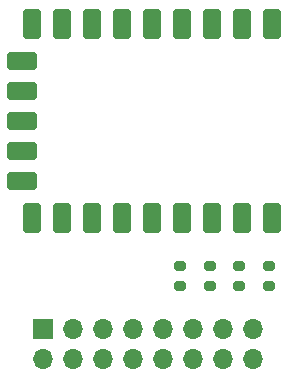
<source format=gbr>
%TF.GenerationSoftware,KiCad,Pcbnew,8.0.0*%
%TF.CreationDate,2024-03-16T16:39:28+00:00*%
%TF.ProjectId,pcb,7063622e-6b69-4636-9164-5f7063625858,rev?*%
%TF.SameCoordinates,Original*%
%TF.FileFunction,Soldermask,Top*%
%TF.FilePolarity,Negative*%
%FSLAX46Y46*%
G04 Gerber Fmt 4.6, Leading zero omitted, Abs format (unit mm)*
G04 Created by KiCad (PCBNEW 8.0.0) date 2024-03-16 16:39:28*
%MOMM*%
%LPD*%
G01*
G04 APERTURE LIST*
G04 Aperture macros list*
%AMRoundRect*
0 Rectangle with rounded corners*
0 $1 Rounding radius*
0 $2 $3 $4 $5 $6 $7 $8 $9 X,Y pos of 4 corners*
0 Add a 4 corners polygon primitive as box body*
4,1,4,$2,$3,$4,$5,$6,$7,$8,$9,$2,$3,0*
0 Add four circle primitives for the rounded corners*
1,1,$1+$1,$2,$3*
1,1,$1+$1,$4,$5*
1,1,$1+$1,$6,$7*
1,1,$1+$1,$8,$9*
0 Add four rect primitives between the rounded corners*
20,1,$1+$1,$2,$3,$4,$5,0*
20,1,$1+$1,$4,$5,$6,$7,0*
20,1,$1+$1,$6,$7,$8,$9,0*
20,1,$1+$1,$8,$9,$2,$3,0*%
G04 Aperture macros list end*
%ADD10RoundRect,0.200000X-0.275000X0.200000X-0.275000X-0.200000X0.275000X-0.200000X0.275000X0.200000X0*%
%ADD11RoundRect,0.400050X-0.400050X0.899950X-0.400050X-0.899950X0.400050X-0.899950X0.400050X0.899950X0*%
%ADD12RoundRect,0.393700X-0.906300X0.393700X-0.906300X-0.393700X0.906300X-0.393700X0.906300X0.393700X0*%
%ADD13O,1.700000X1.700000*%
%ADD14R,1.700000X1.700000*%
G04 APERTURE END LIST*
D10*
%TO.C,R2*%
X46500000Y-53675000D03*
X46500000Y-55325000D03*
%TD*%
D11*
%TO.C,REF\u002A\u002A*%
X49240000Y-49600000D03*
X46700000Y-49600000D03*
X44160000Y-49600000D03*
X41620000Y-49600000D03*
X39080000Y-49600000D03*
X36540000Y-49600000D03*
X34000000Y-49600000D03*
X31460000Y-49600000D03*
X28920000Y-49600000D03*
D12*
X28110000Y-46460000D03*
X28110000Y-43920000D03*
X28110000Y-41380000D03*
X28110000Y-38840000D03*
X28110000Y-36300000D03*
D11*
X28920000Y-33160000D03*
X31460000Y-33160000D03*
X34000000Y-33160000D03*
X36540000Y-33160000D03*
X49240000Y-33160000D03*
X46700000Y-33160000D03*
X44160000Y-33160000D03*
X39080000Y-33160000D03*
X41620000Y-33160000D03*
%TD*%
D13*
%TO.C,REF\u002A\u002A*%
X29840000Y-61540000D03*
D14*
X29840000Y-59000000D03*
D13*
X32380000Y-61540000D03*
X32380000Y-59000000D03*
X34920000Y-61540000D03*
X34920000Y-59000000D03*
X37460000Y-61540000D03*
X37460000Y-59000000D03*
X40000000Y-61540000D03*
X40000000Y-59000000D03*
X42540000Y-61540000D03*
X42540000Y-59000000D03*
X45080000Y-61540000D03*
X45080000Y-59000000D03*
X47620000Y-61540000D03*
X47620000Y-59000000D03*
%TD*%
D10*
%TO.C,R3*%
X44000000Y-53675000D03*
X44000000Y-55325000D03*
%TD*%
%TO.C,R1*%
X49000000Y-53675000D03*
X49000000Y-55325000D03*
%TD*%
%TO.C,R4*%
X41500000Y-53675000D03*
X41500000Y-55325000D03*
%TD*%
M02*

</source>
